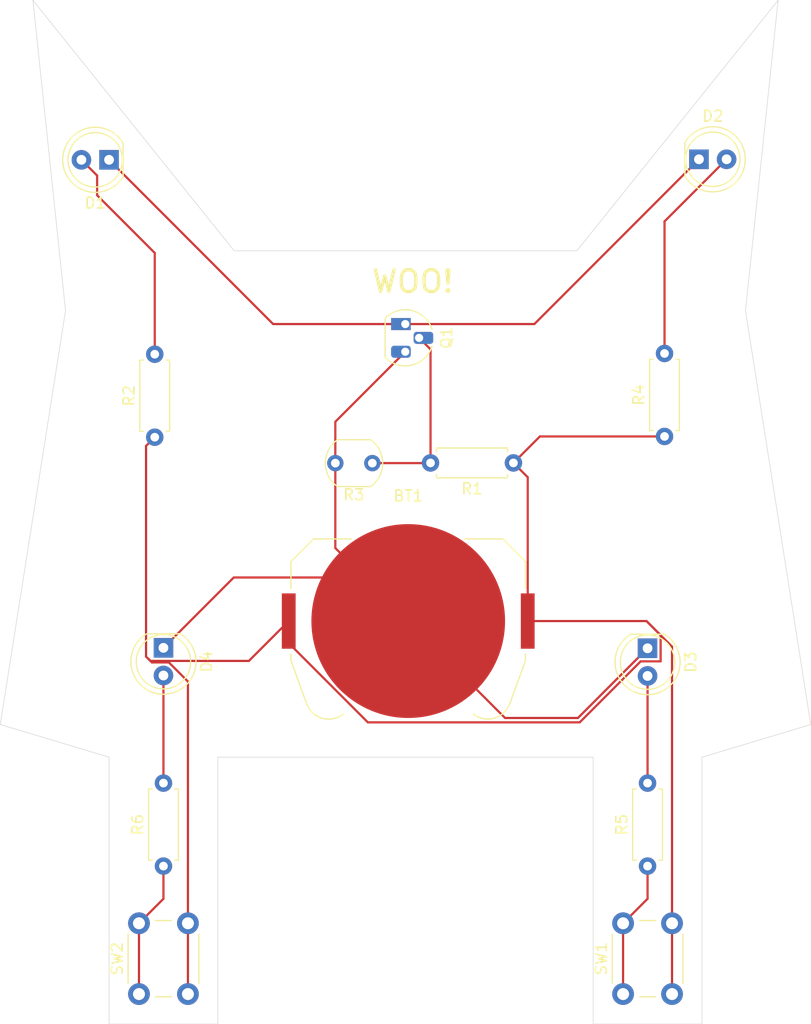
<source format=kicad_pcb>
(kicad_pcb (version 20241229) (generator "pcbnew") (generator_version "9.0")
  (layers (0 "F.Cu" signal) (2 "B.Cu" signal) (13 "F.Paste" user) (15 "B.Paste" user) (5 "F.SilkS" user "F.Silkscreen") (7 "B.SilkS" user "B.Silkscreen") (1 "F.Mask" user) (3 "B.Mask" user) (25 "Edge.Cuts" user))
  (net 0 "")
  (net 1 "Net-(BT1-+)")
  (net 2 "Net-(BT1--)")
  (net 3 "Net-(D1-A)")
  (net 4 "Net-(D1-K)")
  (net 5 "Net-(D2-A)")
  (net 6 "Net-(D3-A)")
  (net 7 "Net-(D4-A)")
  (net 8 "Net-(Q1-B)")
  (net 9 "Net-(R5-Pad1)")
  (net 10 "Net-(R6-Pad1)")
  (footprint "LED_THT:LED_D5.0mm" (layer "F.Cu") (at 111.5 57.15 180)
    (property "Reference" "D1" (at 1.27 -3.96 0) (layer "F.SilkS"))
    (property "Value" "LED")
    (fp_line (start -1.29 -1.545) (end -1.29 1.545) (stroke (width 0.12)) (layer "F.SilkS"))
    (fp_arc (start 4.26 0) (mid 2.071779 2.880495) (end -1.29 1.54483) (stroke (width 0.12)) (layer "F.SilkS"))
    (fp_arc (start -1.29 -1.54483) (mid 2.071779 -2.880495) (end 4.26 0) (stroke (width 0.12)) (layer "F.SilkS"))
    (fp_circle (center 1.27 0) (end 3.77 0) (stroke (width 0.12)) (fill no) (layer "F.SilkS"))
    (pad "1" thru_hole rect (at 0 0 180) (size 1.8 1.8) (drill 0.9) (layers "*.Cu" "*.Mask") (net 4 "Net-(D1-K)"))
    (pad "2" thru_hole circle (at 2.54 0 180) (size 1.8 1.8) (drill 0.9) (layers "*.Cu" "*.Mask") (net 3 "Net-(D1-A)"))
  )
  (footprint "Resistor_THT:R_Axial_DIN0207_L6.3mm_D2.5mm_P7.62mm_Horizontal" (layer "F.Cu") (at 162.56 82.55 90)
    (property "Reference" "R4" (at 3.81 -2.37 90) (layer "F.SilkS"))
    (property "Value" "R")
    (fp_line (start 7.08 -1.37) (end 7.08 -1.04) (stroke (width 0.12)) (layer "F.SilkS"))
    (fp_line (start 0.54 -1.37) (end 7.08 -1.37) (stroke (width 0.12)) (layer "F.SilkS"))
    (fp_line (start 0.54 -1.04) (end 0.54 -1.37) (stroke (width 0.12)) (layer "F.SilkS"))
    (fp_line (start 0.54 1.04) (end 0.54 1.37) (stroke (width 0.12)) (layer "F.SilkS"))
    (fp_line (start 7.08 1.37) (end 7.08 1.04) (stroke (width 0.12)) (layer "F.SilkS"))
    (fp_line (start 0.54 1.37) (end 7.08 1.37) (stroke (width 0.12)) (layer "F.SilkS"))
    (pad "1" thru_hole circle (at 0 0 90) (size 1.6 1.6) (drill 0.8) (layers "*.Cu" "*.Mask") (net 1 "Net-(BT1-+)"))
    (pad "2" thru_hole circle (at 7.62 0 90) (size 1.6 1.6) (drill 0.8) (layers "*.Cu" "*.Mask") (net 5 "Net-(D2-A)"))
  )
  (footprint "Resistor_THT:R_Axial_DIN0207_L6.3mm_D2.5mm_P7.62mm_Horizontal" (layer "F.Cu") (at 161 122 90)
    (property "Reference" "R5" (at 3.81 -2.37 90) (layer "F.SilkS"))
    (property "Value" "R")
    (fp_line (start 7.08 -1.37) (end 7.08 -1.04) (stroke (width 0.12)) (layer "F.SilkS"))
    (fp_line (start 0.54 -1.37) (end 7.08 -1.37) (stroke (width 0.12)) (layer "F.SilkS"))
    (fp_line (start 0.54 -1.04) (end 0.54 -1.37) (stroke (width 0.12)) (layer "F.SilkS"))
    (fp_line (start 0.54 1.04) (end 0.54 1.37) (stroke (width 0.12)) (layer "F.SilkS"))
    (fp_line (start 7.08 1.37) (end 7.08 1.04) (stroke (width 0.12)) (layer "F.SilkS"))
    (fp_line (start 0.54 1.37) (end 7.08 1.37) (stroke (width 0.12)) (layer "F.SilkS"))
    (pad "1" thru_hole circle (at 0 0 90) (size 1.6 1.6) (drill 0.8) (layers "*.Cu" "*.Mask") (net 9 "Net-(R5-Pad1)"))
    (pad "2" thru_hole circle (at 7.62 0 90) (size 1.6 1.6) (drill 0.8) (layers "*.Cu" "*.Mask") (net 6 "Net-(D3-A)"))
  )
  (footprint "LED_THT:LED_D5.0mm" (layer "F.Cu") (at 116.5 101.96 -90)
    (property "Reference" "D4" (at 1.27 -3.96 90) (layer "F.SilkS"))
    (property "Value" "LED")
    (fp_line (start -1.29 -1.545) (end -1.29 1.545) (stroke (width 0.12)) (layer "F.SilkS"))
    (fp_arc (start 4.26 0) (mid 2.071779 2.880495) (end -1.29 1.54483) (stroke (width 0.12)) (layer "F.SilkS"))
    (fp_arc (start -1.29 -1.54483) (mid 2.071779 -2.880495) (end 4.26 0) (stroke (width 0.12)) (layer "F.SilkS"))
    (fp_circle (center 1.27 0) (end 3.77 0) (stroke (width 0.12)) (fill no) (layer "F.SilkS"))
    (pad "1" thru_hole rect (at 0 0 270) (size 1.8 1.8) (drill 0.9) (layers "*.Cu" "*.Mask") (net 2 "Net-(BT1--)"))
    (pad "2" thru_hole circle (at 2.54 0 270) (size 1.8 1.8) (drill 0.9) (layers "*.Cu" "*.Mask") (net 7 "Net-(D4-A)"))
  )
  (footprint "LED_THT:LED_D5.0mm" (layer "F.Cu") (at 165.725 57.1)
    (property "Reference" "D2" (at 1.27 -3.96 0) (layer "F.SilkS"))
    (property "Value" "LED")
    (fp_line (start -1.29 -1.545) (end -1.29 1.545) (stroke (width 0.12)) (layer "F.SilkS"))
    (fp_arc (start -1.29 -1.54483) (mid 2.071779 -2.880495) (end 4.26 0) (stroke (width 0.12)) (layer "F.SilkS"))
    (fp_arc (start 4.26 0) (mid 2.071779 2.880495) (end -1.29 1.54483) (stroke (width 0.12)) (layer "F.SilkS"))
    (fp_circle (center 1.27 0) (end 3.77 0) (stroke (width 0.12)) (fill no) (layer "F.SilkS"))
    (pad "1" thru_hole rect (at 0 0) (size 1.8 1.8) (drill 0.9) (layers "*.Cu" "*.Mask") (net 4 "Net-(D1-K)"))
    (pad "2" thru_hole circle (at 2.54 0) (size 1.8 1.8) (drill 0.9) (layers "*.Cu" "*.Mask") (net 5 "Net-(D2-A)"))
  )
  (footprint "Button_Switch_THT:SW_PUSH_6mm" (layer "F.Cu") (at 158.75 133.75 90)
    (property "Reference" "SW1" (at 3.25 -2 90) (layer "F.SilkS"))
    (property "Value" "SW_Push")
    (fp_line (start 5.5 -1) (end 1 -1) (stroke (width 0.12)) (layer "F.SilkS"))
    (fp_line (start -0.25 1.5) (end -0.25 3) (stroke (width 0.12)) (layer "F.SilkS"))
    (fp_line (start 6.75 3) (end 6.75 1.5) (stroke (width 0.12)) (layer "F.SilkS"))
    (fp_line (start 1 5.5) (end 5.5 5.5) (stroke (width 0.12)) (layer "F.SilkS"))
    (pad "1" thru_hole circle (at 0 0 180) (size 2 2) (drill 1.1) (layers "*.Cu" "*.Mask") (net 9 "Net-(R5-Pad1)"))
    (pad "1" thru_hole circle (at 6.5 0 180) (size 2 2) (drill 1.1) (layers "*.Cu" "*.Mask") (net 9 "Net-(R5-Pad1)"))
    (pad "2" thru_hole circle (at 0 4.5 180) (size 2 2) (drill 1.1) (layers "*.Cu" "*.Mask") (net 1 "Net-(BT1-+)"))
    (pad "2" thru_hole circle (at 6.5 4.5 180) (size 2 2) (drill 1.1) (layers "*.Cu" "*.Mask") (net 1 "Net-(BT1-+)"))
  )
  (footprint "Button_Switch_THT:SW_PUSH_6mm" (layer "F.Cu") (at 114.25 133.75 90)
    (property "Reference" "SW2" (at 3.25 -2 90) (layer "F.SilkS"))
    (property "Value" "SW_Push")
    (fp_line (start 5.5 -1) (end 1 -1) (stroke (width 0.12)) (layer "F.SilkS"))
    (fp_line (start -0.25 1.5) (end -0.25 3) (stroke (width 0.12)) (layer "F.SilkS"))
    (fp_line (start 6.75 3) (end 6.75 1.5) (stroke (width 0.12)) (layer "F.SilkS"))
    (fp_line (start 1 5.5) (end 5.5 5.5) (stroke (width 0.12)) (layer "F.SilkS"))
    (pad "1" thru_hole circle (at 0 0 180) (size 2 2) (drill 1.1) (layers "*.Cu" "*.Mask") (net 10 "Net-(R6-Pad1)"))
    (pad "1" thru_hole circle (at 6.5 0 180) (size 2 2) (drill 1.1) (layers "*.Cu" "*.Mask") (net 10 "Net-(R6-Pad1)"))
    (pad "2" thru_hole circle (at 0 4.5 180) (size 2 2) (drill 1.1) (layers "*.Cu" "*.Mask") (net 1 "Net-(BT1-+)"))
    (pad "2" thru_hole circle (at 6.5 4.5 180) (size 2 2) (drill 1.1) (layers "*.Cu" "*.Mask") (net 1 "Net-(BT1-+)"))
  )
  (footprint "Resistor_THT:R_Axial_DIN0207_L6.3mm_D2.5mm_P7.62mm_Horizontal" (layer "F.Cu") (at 116.5 122 90)
    (property "Reference" "R6" (at 3.81 -2.37 90) (layer "F.SilkS"))
    (property "Value" "R")
    (fp_line (start 7.08 -1.37) (end 7.08 -1.04) (stroke (width 0.12)) (layer "F.SilkS"))
    (fp_line (start 0.54 -1.37) (end 7.08 -1.37) (stroke (width 0.12)) (layer "F.SilkS"))
    (fp_line (start 0.54 -1.04) (end 0.54 -1.37) (stroke (width 0.12)) (layer "F.SilkS"))
    (fp_line (start 0.54 1.04) (end 0.54 1.37) (stroke (width 0.12)) (layer "F.SilkS"))
    (fp_line (start 7.08 1.37) (end 7.08 1.04) (stroke (width 0.12)) (layer "F.SilkS"))
    (fp_line (start 0.54 1.37) (end 7.08 1.37) (stroke (width 0.12)) (layer "F.SilkS"))
    (pad "1" thru_hole circle (at 0 0 90) (size 1.6 1.6) (drill 0.8) (layers "*.Cu" "*.Mask") (net 10 "Net-(R6-Pad1)"))
    (pad "2" thru_hole circle (at 7.62 0 90) (size 1.6 1.6) (drill 0.8) (layers "*.Cu" "*.Mask") (net 7 "Net-(D4-A)"))
  )
  (footprint "Package_TO_SOT_THT:TO-92L_HandSolder" (layer "F.Cu") (at 138.73 72.23 -90)
    (property "Reference" "Q1" (at 1.27 -3.8 90) (layer "F.SilkS"))
    (property "Value" "NPN")
    (fp_line (start -0.53 1.85) (end 3.07 1.85) (stroke (width 0.12)) (layer "F.SilkS"))
    (fp_arc (start -0.541453 1.842156) (mid -1.247298 -0.581475) (end 0.45 -2.45) (stroke (width 0.12)) (layer "F.SilkS"))
    (fp_arc (start 2.05 -2.45) (mid 3.769931 -0.601036) (end 3.078445 1.827684) (stroke (width 0.12)) (layer "F.SilkS"))
    (pad "1" thru_hole rect (at 0 0 270) (size 1.1 1.8) (drill 0.75 (offset 0 0.4)) (layers "*.Cu" "*.Mask") (net 4 "Net-(D1-K)"))
    (pad "2" thru_hole roundrect (at 1.27 -1.27 270) (size 1.1 1.8) (drill 0.75 (offset 0 -0.4)) (layers "*.Cu" "*.Mask") (net 8 "Net-(Q1-B)"))
    (pad "3" thru_hole roundrect (at 2.54 0 270) (size 1.1 1.8) (drill 0.75 (offset 0 0.4)) (layers "*.Cu" "*.Mask") (net 2 "Net-(BT1--)"))
  )
  (footprint "Battery:BatteryHolder_Keystone_3034_1x20mm" (layer "F.Cu") (at 139 99.5)
    (property "Reference" "BT1" (at 0 -11.5 0) (layer "F.SilkS"))
    (property "Value" "Battery_Cell")
    (fp_line (start -10.78 -5.46) (end -10.78 -3) (stroke (width 0.12)) (layer "F.SilkS"))
    (fp_line (start -10.78 3) (end -10.78 3.63) (stroke (width 0.12)) (layer "F.SilkS"))
    (fp_line (start -10.78 3.63) (end -9.34 7.58) (stroke (width 0.12)) (layer "F.SilkS"))
    (fp_line (start -8.7 -7.54) (end -10.78 -5.46) (stroke (width 0.12)) (layer "F.SilkS"))
    (fp_line (start -5.2 -7.54) (end -8.7 -7.54) (stroke (width 0.12)) (layer "F.SilkS"))
    (fp_line (start 8.7 -7.54) (end 5.2 -7.54) (stroke (width 0.12)) (layer "F.SilkS"))
    (fp_line (start 8.7 -7.54) (end 10.78 -5.46) (stroke (width 0.12)) (layer "F.SilkS"))
    (fp_line (start 10.78 -5.46) (end 10.78 -3) (stroke (width 0.12)) (layer "F.SilkS"))
    (fp_line (start 10.78 3) (end 10.78 3.63) (stroke (width 0.12)) (layer "F.SilkS"))
    (fp_line (start 10.78 3.63) (end 9.34 7.58) (stroke (width 0.12)) (layer "F.SilkS"))
    (fp_arc (start -6.003354 8.56653) (mid -7.921654 8.918738) (end -9.34 7.58) (stroke (width 0.12)) (layer "F.SilkS"))
    (fp_arc (start 9.325243 7.588169) (mid 7.90634 8.911668) (end 6 8.55) (stroke (width 0.12)) (layer "F.SilkS"))
    (pad "1" smd rect (at -10.985 0) (size 1.27 5.08) (layers "F.Cu" "F.Mask" "F.Paste") (net 1 "Net-(BT1-+)"))
    (pad "1" smd rect (at 10.985 0) (size 1.27 5.08) (layers "F.Cu" "F.Mask" "F.Paste") (net 1 "Net-(BT1-+)"))
    (pad "2" smd circle (at 0 0) (size 17.8 17.8) (layers "F.Cu" "F.Mask") (net 2 "Net-(BT1--)"))
  )
  (footprint "OptoDevice:R_LDR_5.1x4.3mm_P3.4mm_Vertical" (layer "F.Cu") (at 135.7 85 180)
    (property "Reference" "R3" (at 1.7 -2.9 0) (layer "F.SilkS"))
    (property "Value" "R_Photo")
    (fp_line (start 0.15 2.15) (end 3.2 2.15) (stroke (width 0.12)) (layer "F.SilkS"))
    (fp_line (start 0.15 -2.15) (end 3.2 -2.15) (stroke (width 0.12)) (layer "F.SilkS"))
    (fp_arc (start 3.2 -2.15) (mid 4.321403 -0.027338) (end 3.244513 2.118249) (stroke (width 0.12)) (layer "F.SilkS"))
    (fp_arc (start 0.15 2.15) (mid -0.950438 -0.013368) (end 0.171766 -2.165525) (stroke (width 0.12)) (layer "F.SilkS"))
    (pad "1" thru_hole circle (at 0 0 180) (size 1.5 1.5) (drill 0.8) (layers "*.Cu" "*.Mask") (net 8 "Net-(Q1-B)"))
    (pad "2" thru_hole circle (at 3.4 0 180) (size 1.5 1.5) (drill 0.8) (layers "*.Cu" "*.Mask") (net 2 "Net-(BT1--)"))
  )
  (footprint "Resistor_THT:R_Axial_DIN0207_L6.3mm_D2.5mm_P7.62mm_Horizontal" (layer "F.Cu") (at 148.67 84.98 180)
    (property "Reference" "R1" (at 3.81 -2.37 0) (layer "F.SilkS"))
    (property "Value" "R")
    (fp_line (start 7.08 1.37) (end 7.08 1.04) (stroke (width 0.12)) (layer "F.SilkS"))
    (fp_line (start 7.08 -1.37) (end 7.08 -1.04) (stroke (width 0.12)) (layer "F.SilkS"))
    (fp_line (start 0.54 1.37) (end 7.08 1.37) (stroke (width 0.12)) (layer "F.SilkS"))
    (fp_line (start 0.54 1.04) (end 0.54 1.37) (stroke (width 0.12)) (layer "F.SilkS"))
    (fp_line (start 0.54 -1.04) (end 0.54 -1.37) (stroke (width 0.12)) (layer "F.SilkS"))
    (fp_line (start 0.54 -1.37) (end 7.08 -1.37) (stroke (width 0.12)) (layer "F.SilkS"))
    (pad "1" thru_hole circle (at 0 0 180) (size 1.6 1.6) (drill 0.8) (layers "*.Cu" "*.Mask") (net 1 "Net-(BT1-+)"))
    (pad "2" thru_hole circle (at 7.62 0 180) (size 1.6 1.6) (drill 0.8) (layers "*.Cu" "*.Mask") (net 8 "Net-(Q1-B)"))
  )
  (footprint "LED_THT:LED_D5.0mm" (layer "F.Cu") (at 161 102 -90)
    (property "Reference" "D3" (at 1.27 -3.96 90) (layer "F.SilkS"))
    (property "Value" "LED")
    (fp_line (start -1.29 -1.545) (end -1.29 1.545) (stroke (width 0.12)) (layer "F.SilkS"))
    (fp_arc (start 4.26 0) (mid 2.071779 2.880495) (end -1.29 1.54483) (stroke (width 0.12)) (layer "F.SilkS"))
    (fp_arc (start -1.29 -1.54483) (mid 2.071779 -2.880495) (end 4.26 0) (stroke (width 0.12)) (layer "F.SilkS"))
    (fp_circle (center 1.27 0) (end 3.77 0) (stroke (width 0.12)) (fill no) (layer "F.SilkS"))
    (pad "1" thru_hole rect (at 0 0 270) (size 1.8 1.8) (drill 0.9) (layers "*.Cu" "*.Mask") (net 2 "Net-(BT1--)"))
    (pad "2" thru_hole circle (at 2.54 0 270) (size 1.8 1.8) (drill 0.9) (layers "*.Cu" "*.Mask") (net 6 "Net-(D3-A)"))
  )
  (footprint "Resistor_THT:R_Axial_DIN0207_L6.3mm_D2.5mm_P7.62mm_Horizontal" (layer "F.Cu") (at 115.7 82.62 90)
    (property "Reference" "R2" (at 3.81 -2.37 90) (layer "F.SilkS"))
    (property "Value" "R")
    (fp_line (start 7.08 -1.37) (end 7.08 -1.04) (stroke (width 0.12)) (layer "F.SilkS"))
    (fp_line (start 0.54 -1.37) (end 7.08 -1.37) (stroke (width 0.12)) (layer "F.SilkS"))
    (fp_line (start 0.54 -1.04) (end 0.54 -1.37) (stroke (width 0.12)) (layer "F.SilkS"))
    (fp_line (start 0.54 1.04) (end 0.54 1.37) (stroke (width 0.12)) (layer "F.SilkS"))
    (fp_line (start 7.08 1.37) (end 7.08 1.04) (stroke (width 0.12)) (layer "F.SilkS"))
    (fp_line (start 0.54 1.37) (end 7.08 1.37) (stroke (width 0.12)) (layer "F.SilkS"))
    (pad "1" thru_hole circle (at 0 0 90) (size 1.6 1.6) (drill 0.8) (layers "*.Cu" "*.Mask") (net 1 "Net-(BT1-+)"))
    (pad "2" thru_hole circle (at 7.62 0 90) (size 1.6 1.6) (drill 0.8) (layers "*.Cu" "*.Mask") (net 3 "Net-(D1-A)"))
  )
  (gr_line (start 101.5 109) (end 111.5 112) (stroke (width 0.05)) (layer "Edge.Cuts"))
  (gr_line (start 123 65.5) (end 154.5 65.5) (stroke (width 0.05)) (layer "Edge.Cuts"))
  (gr_line (start 104.5 42.5) (end 107.5 71) (stroke (width 0.05)) (layer "Edge.Cuts"))
  (gr_line (start 123 65.5) (end 104.5 42.5) (stroke (width 0.05)) (layer "Edge.Cuts"))
  (gr_line (start 166 112) (end 166 136.5) (stroke (width 0.05)) (layer "Edge.Cuts"))
  (gr_line (start 111.5 136.5) (end 121.5 136.5) (stroke (width 0.05)) (layer "Edge.Cuts"))
  (gr_line (start 156 112) (end 133 112) (stroke (width 0.05)) (layer "Edge.Cuts"))
  (gr_line (start 170 71) (end 176 109) (stroke (width 0.05)) (layer "Edge.Cuts"))
  (gr_line (start 173 42.5) (end 170 71) (stroke (width 0.05)) (layer "Edge.Cuts"))
  (gr_line (start 111.5 112) (end 111.5 136.5) (stroke (width 0.05)) (layer "Edge.Cuts"))
  (gr_line (start 176 109) (end 166 112) (stroke (width 0.05)) (layer "Edge.Cuts"))
  (gr_line (start 121.5 112) (end 133 112) (stroke (width 0.05)) (layer "Edge.Cuts"))
  (gr_line (start 154.5 65.5) (end 173 42.5) (stroke (width 0.05)) (layer "Edge.Cuts"))
  (gr_line (start 121.5 136.5) (end 121.5 112) (stroke (width 0.05)) (layer "Edge.Cuts"))
  (gr_line (start 107.5 71) (end 101.5 109) (stroke (width 0.05)) (layer "Edge.Cuts"))
  (gr_line (start 166 136.5) (end 156 136.5) (stroke (width 0.05)) (layer "Edge.Cuts"))
  (gr_line (start 156 136.5) (end 156 112) (stroke (width 0.05)) (layer "Edge.Cuts"))
  (gr_text "WOO!" (at 135.5 69.5 0) (layer "F.SilkS") (effects (font (size 2 2) (thickness 0.3)) (justify left bottom)))
  (segment (start 118.75 127.25) (end 118.75 133.75) (width 0.2) (layer "F.Cu") (net 1))
  (segment (start 162.201 103.201) (end 160.3661 103.201) (width 0.2) (layer "F.Cu") (net 1))
  (segment (start 128.015 99.5) (end 124.354 103.161) (width 0.2) (layer "F.Cu") (net 1))
  (segment (start 149.985 86.295) (end 148.67 84.98) (width 0.2) (layer "F.Cu") (net 1))
  (segment (start 135.288821 108.801) (end 128.015 101.527179) (width 0.2) (layer "F.Cu") (net 1))
  (segment (start 163.25 101.848) (end 163.25 127.25) (width 0.2) (layer "F.Cu") (net 1))
  (segment (start 163.25 133.75) (end 163.25 127.25) (width 0.2) (layer "F.Cu") (net 1))
  (segment (start 162.56 82.55) (end 151.1 82.55) (width 0.2) (layer "F.Cu") (net 1))
  (segment (start 128.015 101.527179) (end 128.015 99.5) (width 0.2) (layer "F.Cu") (net 1))
  (segment (start 114.900001 102.762001) (end 114.900001 83.419999) (width 0.2) (layer "F.Cu") (net 1))
  (segment (start 149.985 99.5) (end 149.985 86.295) (width 0.2) (layer "F.Cu") (net 1))
  (segment (start 116.997471 103.299) (end 118.75 105.051529) (width 0.2) (layer "F.Cu") (net 1))
  (segment (start 160.3661 103.201) (end 154.7661 108.801) (width 0.2) (layer "F.Cu") (net 1))
  (segment (start 160.902 99.5) (end 162.201 100.799) (width 0.2) (layer "F.Cu") (net 1))
  (segment (start 118.75 105.051529) (end 118.75 127.25) (width 0.2) (layer "F.Cu") (net 1))
  (segment (start 115.069 102.931) (end 115.437 103.299) (width 0.2) (layer "F.Cu") (net 1))
  (segment (start 114.900001 83.419999) (end 115.7 82.62) (width 0.2) (layer "F.Cu") (net 1))
  (segment (start 154.7661 108.801) (end 135.288821 108.801) (width 0.2) (layer "F.Cu") (net 1))
  (segment (start 115.437 103.299) (end 116.997471 103.299) (width 0.2) (layer "F.Cu") (net 1))
  (segment (start 149.985 99.5) (end 160.902 99.5) (width 0.2) (layer "F.Cu") (net 1))
  (segment (start 124.354 103.161) (end 115.299 103.161) (width 0.2) (layer "F.Cu") (net 1))
  (segment (start 151.1 82.55) (end 148.67 84.98) (width 0.2) (layer "F.Cu") (net 1))
  (segment (start 162.201 100.799) (end 162.201 103.201) (width 0.2) (layer "F.Cu") (net 1))
  (segment (start 160.902 99.5) (end 163.25 101.848) (width 0.2) (layer "F.Cu") (net 1))
  (segment (start 115.299 103.161) (end 115.069 102.931) (width 0.2) (layer "F.Cu") (net 1))
  (segment (start 115.069 102.931) (end 114.900001 102.762001) (width 0.2) (layer "F.Cu") (net 1))
  (segment (start 132.3 92.8) (end 139 99.5) (width 0.2) (layer "F.Cu") (net 2))
  (segment (start 132.3 85) (end 132.3 92.8) (width 0.2) (layer "F.Cu") (net 2))
  (segment (start 132.3 85) (end 132.3 81.2) (width 0.2) (layer "F.Cu") (net 2))
  (segment (start 116.5 101.96) (end 122.96 95.5) (width 0.2) (layer "F.Cu") (net 2))
  (segment (start 154.6 108.4) (end 147.9 108.4) (width 0.2) (layer "F.Cu") (net 2))
  (segment (start 132.3 81.2) (end 138.73 74.77) (width 0.2) (layer "F.Cu") (net 2))
  (segment (start 135 95.5) (end 139 99.5) (width 0.2) (layer "F.Cu") (net 2))
  (segment (start 122.96 95.5) (end 135 95.5) (width 0.2) (layer "F.Cu") (net 2))
  (segment (start 161 102) (end 154.6 108.4) (width 0.2) (layer "F.Cu") (net 2))
  (segment (start 147.9 108.4) (end 139 99.5) (width 0.2) (layer "F.Cu") (net 2))
  (segment (start 115.7 65.7) (end 115.7 75) (width 0.2) (layer "F.Cu") (net 3))
  (segment (start 110.405 60.405) (end 115.7 65.7) (width 0.2) (layer "F.Cu") (net 3))
  (segment (start 110.405 58.595) (end 108.96 57.15) (width 0.2) (layer "F.Cu") (net 3))
  (segment (start 110.405 58.595) (end 110.405 60.405) (width 0.2) (layer "F.Cu") (net 3))
  (segment (start 150.595 72.23) (end 165.725 57.1) (width 0.2) (layer "F.Cu") (net 4))
  (segment (start 138.73 72.23) (end 150.595 72.23) (width 0.2) (layer "F.Cu") (net 4))
  (segment (start 126.58 72.23) (end 111.5 57.15) (width 0.2) (layer "F.Cu") (net 4))
  (segment (start 138.73 72.23) (end 126.58 72.23) (width 0.2) (layer "F.Cu") (net 4))
  (segment (start 162.56 62.805) (end 168.265 57.1) (width 0.2) (layer "F.Cu") (net 5))
  (segment (start 162.56 74.93) (end 162.56 62.805) (width 0.2) (layer "F.Cu") (net 5))
  (segment (start 161 104.54) (end 161 114.38) (width 0.2) (layer "F.Cu") (net 6))
  (segment (start 116.5 114.38) (end 116.5 104.5) (width 0.2) (layer "F.Cu") (net 7))
  (segment (start 141.05 74.55) (end 140 73.5) (width 0.2) (layer "F.Cu") (net 8))
  (segment (start 141.05 84.98) (end 141.05 74.55) (width 0.2) (layer "F.Cu") (net 8))
  (segment (start 141.03 85) (end 141.05 84.98) (width 0.2) (layer "F.Cu") (net 8))
  (segment (start 135.7 85) (end 141.03 85) (width 0.2) (layer "F.Cu") (net 8))
  (segment (start 158.75 133.75) (end 158.75 127.25) (width 0.2) (layer "F.Cu") (net 9))
  (segment (start 161 125) (end 161 122) (width 0.2) (layer "F.Cu") (net 9))
  (segment (start 158.75 127.25) (end 161 125) (width 0.2) (layer "F.Cu") (net 9))
  (segment (start 114.25 133.75) (end 114.25 127.25) (width 0.2) (layer "F.Cu") (net 10))
  (segment (start 114.25 127.25) (end 116.5 125) (width 0.2) (layer "F.Cu") (net 10))
  (segment (start 116.5 125) (end 116.5 122) (width 0.2) (layer "F.Cu") (net 10))
)
</source>
